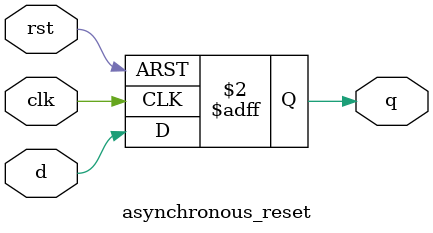
<source format=v>
module asynchronous_reset(clk,rst,d,q);
  input clk,rst,d;
  output reg q;
  
  always@(posedge clk or posedge rst) begin
    if(rst) q<=1'b0;
    else q<=d;
  end
  
endmodule

</source>
